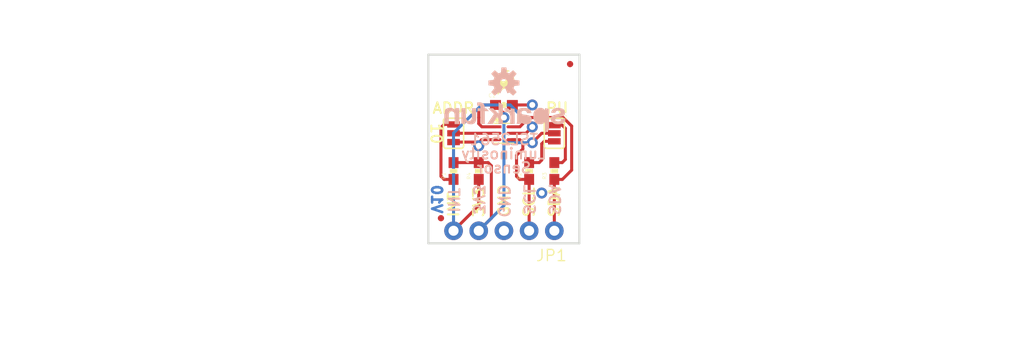
<source format=kicad_pcb>
(kicad_pcb (version 20211014) (generator pcbnew)
  (layers (0 "F.Cu" signal) (31 "B.Cu" signal) (34 "B.Paste" user) (35 "F.Paste" user) (36 "B.SilkS" user "B.Silkscreen") (37 "F.SilkS" user "F.Silkscreen") (38 "B.Mask" user) (39 "F.Mask" user) (44 "Edge.Cuts" user))
  (net 0 "")
  (net 1 "N$2")
  (net 2 "N$3")
  (net 3 "GND")
  (net 4 "N$8")
  (net 5 "N$9")
  (net 6 "SDA")
  (net 7 "SCL")
  (net 8 "3.3V")
  (net 9 "INT")
  (footprint "boardEagle:0603-RES" (layer "F.Cu") (at 153.5811 107.2261 90)
    (fp_text reference "R3" (at -0.889 -0.762 90) (layer "F.SilkS") (effects (font (size 0.373888 0.373888) (thickness 0.032512)) (justify left bottom)))
    (fp_text value "4.7K")
    (fp_poly (pts (xy -0.2286 0.381) (xy 0.2286 0.381) (xy 0.2286 -0.381) (xy -0.2286 -0.381)) (layer "F.SilkS") (width 0) (fill solid))
    (pad "1" smd rect (at -0.85 0 90) (size 1.1 1) (layers "F.Cu" "F.Paste" "F.Mask") (net 6 "SDA"))
    (pad "2" smd rect (at 0.85 0 90) (size 1.1 1) (layers "F.Cu" "F.Paste" "F.Mask") (net 4 "N$8"))
  )
  (footprint "boardEagle:1X05_NO_SILK" (layer "F.Cu") (at 153.5811 113.2586 180)
    (fp_text reference "JP1" (at -1.3462 -1.8288 180) (layer "F.SilkS") (effects (font (size 1.143 1.143) (thickness 0.127)) (justify right top)))
    (fp_text value "")
    (pad "1" thru_hole circle (at 0 0 270) (size 1.8796 1.8796) (drill 1.016) (layers *.Cu *.Mask) (net 6 "SDA"))
    (pad "2" thru_hole circle (at 2.54 0 270) (size 1.8796 1.8796) (drill 1.016) (layers *.Cu *.Mask) (net 7 "SCL"))
    (pad "3" thru_hole circle (at 5.08 0 270) (size 1.8796 1.8796) (drill 1.016) (layers *.Cu *.Mask) (net 3 "GND"))
    (pad "4" thru_hole circle (at 7.62 0 270) (size 1.8796 1.8796) (drill 1.016) (layers *.Cu *.Mask) (net 8 "3.3V"))
    (pad "5" thru_hole circle (at 10.16 0 270) (size 1.8796 1.8796) (drill 1.016) (layers *.Cu *.Mask) (net 9 "INT"))
  )
  (footprint "boardEagle:MICRO-FIDUCIAL" (layer "F.Cu") (at 142.1511 111.9886)
    (fp_text reference "FID1" hide)
    (fp_text value "FIDUCIALUFIDUCIAL" hide)
    (pad "1" smd roundrect (at 0 0) (size 0.635 0.635) (layers "F.Cu" "F.Mask") (roundrect_rratio 0.5))
  )
  (footprint "boardEagle:SFE_LOGO_FLAME_.1" (layer "F.Cu") (at 147.5486 99.9236)
    (fp_text reference "LOGO3" hide)
    (fp_text value "SFE_LOGO_FLAME.1_INCH" hide)
    (fp_poly (pts (xy 1.4 -2.87) (xy 1.54 -2.8) (xy 1.58 -2.77) (xy 1.59 -2.76) (xy 1.58 -2.76) (xy 1.56 -2.77) (xy 1.5 -2.77) (xy 1.46 -2.76) (xy 1.41 -2.75) (xy 1.37 -2.73) (xy 1.33 -2.7) (xy 1.31 -2.67) (xy 1.3 -2.65) (xy 1.29 -2.62) (xy 1.29 -2.56) (xy 1.3 -2.52) (xy 1.34 -2.46) (xy 1.4 -2.4) (xy 1.44 -2.37) (xy 1.47 -2.35) (xy 1.51 -2.33) (xy 1.59 -2.31) (xy 1.62 -2.31) (xy 1.65 -2.32) (xy 1.68 -2.35) (xy 1.69 -2.37) (xy 1.7 -2.4) (xy 1.7 -2.49) (xy 1.78 -2.44) (xy 1.86 -2.35) (xy 1.93 -2.24) (xy 1.98 -2.09) (xy 2.01 -1.93) (xy 2 -1.76) (xy 1.95 -1.57) (xy 1.85 -1.39) (xy 1.78 -1.3) (xy 1.7 -1.22) (xy 1.62 -1.15) (xy 1.52 -1.09) (xy 1.42 -1.05) (xy 1.31 -1.02) (xy 1.19 -1) (xy 1 -1) (xy 0.94 -0.99) (xy 0.84 -0.93) (xy 0.74 -0.83) (xy 0.62 -0.69) (xy 0.5 -0.57) (xy 0.45 -0.51) (xy 0.4 -0.46) (xy 0.37 -0.41) (xy 0.32 -0.36) (xy 0.32 -1.73) (xy 0.33 -1.81) (xy 0.35 -1.88) (xy 0.41 -1.98) (xy 0.46 -2.02) (xy 0.5 -2.05) (xy 0.55 -2.07) (xy 0.6 -2.08) (xy 0.66 -2.09) (xy 0.78 -2.09) (xy 0.82 -2.07) (xy 0.81 -2.06) (xy 0.77 -2.04) (xy 0.74 -2.03) (xy 0.68 -1.97) (xy 0.67 -1.94) (xy 0.67 -1.9) (xy 0.68 -1.87) (xy 0.7 -1.84) (xy 0.76 -1.78) (xy 0.81 -1.76) (xy 0.86 -1.75) (xy 0.94 -1.75) (xy 1.02 -1.77) (xy 1.08 -1.81) (xy 1.12 -1.86) (xy 1.14 -1.92) (xy 1.14 -1.99) (xy 1.11 -2.07) (xy 1.04 -2.14) (xy 0.96 -2.23) (xy 0.89 -2.31) (xy 0.84 -2.4) (xy 0.82 -2.49) (xy 0.82 -2.57) (xy 0.85 -2.66) (xy 0.9 -2.74) (xy 0.99 -2.81) (xy 1.1 -2.87) (xy 1.21 -2.89) (xy 1.31 -2.89)) (layer "F.SilkS") (width 0) (fill solid))
  )
  (footprint "boardEagle:CREATIVE_COMMONS" (layer "F.Cu") (at 118.0211 124.6886)
    (fp_text reference "FRAME1" hide)
    (fp_text value "FRAME-LETTER" hide)
  )
  (footprint "boardEagle:0603-RES" (layer "F.Cu") (at 143.4211 107.2261 90)
    (fp_text reference "R1" (at -0.889 -0.762 90) (layer "F.SilkS") (effects (font (size 0.373888 0.373888) (thickness 0.032512)) (justify left bottom)))
    (fp_text value "10K")
    (fp_poly (pts (xy -0.2286 0.381) (xy 0.2286 0.381) (xy 0.2286 -0.381) (xy -0.2286 -0.381)) (layer "F.SilkS") (width 0) (fill solid))
    (pad "1" smd rect (at -0.85 0 90) (size 1.1 1) (layers "F.Cu" "F.Paste" "F.Mask") (net 1 "N$2"))
    (pad "2" smd rect (at 0.85 0 90) (size 1.1 1) (layers "F.Cu" "F.Paste" "F.Mask") (net 8 "3.3V"))
  )
  (footprint "boardEagle:PAD-JUMPER-3-NC_BY_PASTE_YES_SILK_FULL_BOX" (layer "F.Cu") (at 153.5811 103.4161 -90)
    (fp_text reference "SJ1" (at -1.27 -1.27 -90) (layer "F.SilkS") (effects (font (size 0.373888 0.373888) (thickness 0.032512)) (justify left bottom)))
    (fp_text value "JUMPER-PAD-3-NC_BY_PASTE")
    (fp_line (start 1.524 0.762) (end 1.524 -0.762) (layer "F.SilkS") (width 0.1524))
    (fp_line (start -1.524 0.762) (end -1.524 -0.762) (layer "F.SilkS") (width 0.1524))
    (fp_line (start 1.27 1.016) (end -1.27 1.016) (layer "F.SilkS") (width 0.1524))
    (fp_line (start -1.27 -1.016) (end 1.27 -1.016) (layer "F.SilkS") (width 0.1524))
    (fp_arc (start -1.524 -0.762) (mid -1.449605 -0.941605) (end -1.27 -1.016) (layer "F.SilkS") (width 0.1524))
    (fp_arc (start 1.524 0.762) (mid 1.449605 0.941605) (end 1.27 1.016) (layer "F.SilkS") (width 0.1524))
    (fp_arc (start -1.27 1.016) (mid -1.449605 0.941605) (end -1.524 0.762) (layer "F.SilkS") (width 0.1524))
    (fp_arc (start 1.27 -1.016) (mid 1.449605 -0.941605) (end 1.524 -0.762) (layer "F.SilkS") (width 0.1524))
    (pad "1" smd rect (at -0.8128 0 270) (size 0.635 1.27) (layers "F.Cu" "F.Mask") (net 4 "N$8"))
    (pad "2" smd rect (at 0 0 270) (size 0.635 1.27) (layers "F.Cu" "F.Mask") (net 8 "3.3V"))
    (pad "3" smd rect (at 0.8128 0 270) (size 0.635 1.27) (layers "F.Cu" "F.Mask") (net 5 "N$9"))
  )
  (footprint "boardEagle:MICRO-FIDUCIAL" (layer "F.Cu") (at 155.1686 96.4311)
    (fp_text reference "FID2" hide)
    (fp_text value "FIDUCIALUFIDUCIAL" hide)
    (pad "1" smd roundrect (at 0 0) (size 0.635 0.635) (layers "F.Cu" "F.Mask") (roundrect_rratio 0.5))
  )
  (footprint "boardEagle:FN-6" (layer "F.Cu") (at 148.5011 103.4161)
    (fp_text reference "U1" (at -1.27 -1.25) (layer "F.SilkS") (effects (font (size 0.376489 0.376489) (thickness 0.029911)) (justify left)))
    (fp_text value "TSL2561FN")
    (fp_line (start -1 1) (end 1 1) (layer "F.SilkS") (width 0.127))
    (fp_line (start -1 -1) (end 1 -1) (layer "F.SilkS") (width 0.127))
    (fp_circle (center -0.65 -1.55) (end -0.55 -1.55) (layer "F.SilkS") (width 0.3048) (fill none))
    (fp_circle (center -0.65 -1.55) (end -0.45 -1.55) (layer "F.SilkS") (width 0.3048) (fill none))
    (pad "1" smd rect (at -0.775 -0.65 180) (size 1.05 0.3) (layers "F.Cu" "F.Paste" "F.Mask") (net 8 "3.3V"))
    (pad "2" smd roundrect (at -0.775 0) (size 1.05 0.3) (layers "F.Cu" "F.Paste" "F.Mask") (roundrect_rratio 0.5) (net 2 "N$3"))
    (pad "3" smd roundrect (at -0.775 0.65) (size 1.05 0.3) (layers "F.Cu" "F.Paste" "F.Mask") (roundrect_rratio 0.5) (net 3 "GND"))
    (pad "4" smd roundrect (at 0.775 0.65) (size 1.05 0.3) (layers "F.Cu" "F.Paste" "F.Mask") (roundrect_rratio 0.5) (net 7 "SCL"))
    (pad "5" smd roundrect (at 0.775 0) (size 1.05 0.3) (layers "F.Cu" "F.Paste" "F.Mask") (roundrect_rratio 0.5) (net 9 "INT"))
    (pad "6" smd roundrect (at 0.775 -0.65) (size 1.05 0.3) (layers "F.Cu" "F.Paste" "F.Mask") (roundrect_rratio 0.5) (net 6 "SDA"))
  )
  (footprint "boardEagle:STAND-OFF" (layer "F.Cu") (at 153.5811 98.0186)
    (fp_text reference "STANDOFF2" hide)
    (fp_text value "STAND-OFF" hide)
    (pad "" np_thru_hole circle (at 0 0) (size 3.302 3.302) (drill 3.302) (layers *.Cu *.Mask))
  )
  (footprint "boardEagle:0603-CAP" (layer "F.Cu") (at 148.5011 100.5586)
    (fp_text reference "C1" (at -1.5875 -0.9525) (layer "F.SilkS") (effects (font (size 0.376489 0.376489) (thickness 0.029911)) (justify left)))
    (fp_text value "0.1uF")
    (fp_line (start 0 -0.0305) (end 0 0.0305) (layer "F.SilkS") (width 0.5588))
    (pad "1" smd rect (at -0.85 0) (size 1.1 1) (layers "F.Cu" "F.Paste" "F.Mask") (net 8 "3.3V"))
    (pad "2" smd rect (at 0.85 0) (size 1.1 1) (layers "F.Cu" "F.Paste" "F.Mask") (net 3 "GND"))
  )
  (footprint "boardEagle:STAND-OFF" (layer "F.Cu") (at 143.4211 98.0186)
    (fp_text reference "STANDOFF1" hide)
    (fp_text value "STAND-OFF" hide)
    (pad "" np_thru_hole circle (at 0 0) (size 3.302 3.302) (drill 3.302) (layers *.Cu *.Mask))
  )
  (footprint "boardEagle:SJ_3" (layer "F.Cu") (at 143.4211 103.4161 -90)
    (fp_text reference "SJ2" (at -1.27 -1.27 -90) (layer "F.SilkS") (effects (font (size 0.373888 0.373888) (thickness 0.032512)) (justify left bottom)))
    (fp_text value "")
    (fp_line (start 1.524 0.762) (end 1.524 -0.762) (layer "F.SilkS") (width 0.1524))
    (fp_line (start -1.27 -1.016) (end 1.27 -1.016) (layer "F.SilkS") (width 0.1524))
    (fp_line (start 1.27 1.016) (end -1.27 1.016) (layer "F.SilkS") (width 0.1524))
    (fp_line (start -1.524 0.762) (end -1.524 -0.762) (layer "F.SilkS") (width 0.1524))
    (fp_arc (start -1.524 -0.762) (mid -1.449605 -0.941605) (end -1.27 -1.016) (layer "F.SilkS") (width 0.1524))
    (fp_arc (start -1.27 1.016) (mid -1.449605 0.941605) (end -1.524 0.762) (layer "F.SilkS") (width 0.1524))
    (fp_arc (start 1.27 -1.016) (mid 1.449605 -0.941605) (end 1.524 -0.762) (layer "F.SilkS") (width 0.1524))
    (fp_arc (start 1.524 0.762) (mid 1.449605 0.941605) (end 1.27 1.016) (layer "F.SilkS") (width 0.1524))
    (pad "1" smd rect (at -0.889 0 270) (size 0.635 1.27) (layers "F.Cu" "F.Mask") (net 1 "N$2"))
    (pad "2" smd rect (at 0 0 270) (size 0.635 1.27) (layers "F.Cu" "F.Mask") (net 2 "N$3"))
    (pad "3" smd rect (at 0.889 0 270) (size 0.635 1.27) (layers "F.Cu" "F.Mask") (net 3 "GND"))
  )
  (footprint "boardEagle:0603-RES" (layer "F.Cu") (at 145.9611 107.2261 90)
    (fp_text reference "R4" (at -0.889 -0.762 90) (layer "F.SilkS") (effects (font (size 0.373888 0.373888) (thickness 0.032512)) (justify left bottom)))
    (fp_text value "10K")
    (fp_poly (pts (xy -0.2286 0.381) (xy 0.2286 0.381) (xy 0.2286 -0.381) (xy -0.2286 -0.381)) (layer "F.SilkS") (width 0) (fill solid))
    (pad "1" smd rect (at -0.85 0 90) (size 1.1 1) (layers "F.Cu" "F.Paste" "F.Mask") (net 9 "INT"))
    (pad "2" smd rect (at 0.85 0 90) (size 1.1 1) (layers "F.Cu" "F.Paste" "F.Mask") (net 8 "3.3V"))
  )
  (footprint "boardEagle:0603-RES" (layer "F.Cu") (at 151.0411 107.2261 90)
    (fp_text reference "R2" (at -0.889 -0.762 90) (layer "F.SilkS") (effects (font (size 0.373888 0.373888) (thickness 0.032512)) (justify left bottom)))
    (fp_text value "4.7K")
    (fp_poly (pts (xy -0.2286 0.381) (xy 0.2286 0.381) (xy 0.2286 -0.381) (xy -0.2286 -0.381)) (layer "F.SilkS") (width 0) (fill solid))
    (pad "1" smd rect (at -0.85 0 90) (size 1.1 1) (layers "F.Cu" "F.Paste" "F.Mask") (net 7 "SCL"))
    (pad "2" smd rect (at 0.85 0 90) (size 1.1 1) (layers "F.Cu" "F.Paste" "F.Mask") (net 5 "N$9"))
  )
  (footprint "boardEagle:OSHW-LOGO-S" (layer "B.Cu") (at 148.5011 98.3361 180)
    (fp_text reference "LOGO1" hide)
    (fp_text value "OSHW-LOGOS" hide)
    (fp_poly (pts (xy 0.301647 1.061351) (xy 0.42347 1.022344) (xy 0.537177 0.963769) (xy 0.92862 1.282946) (xy 1.282946 0.92862) (xy 0.961035 0.533823) (xy 1.057046 0.302084) (xy 1.5638 0.250561) (xy 1.5638 -0.250561) (xy 1.057046 -0.302084) (xy 0.961035 -0.533823) (xy 1.282946 -0.92862) (xy 0.92862 -1.282946) (xy 0.537177 -0.96377) (xy 0.356601 -1.056794) (xy 0.088679 -0.410073) (xy 0.326262 -0.2176) (xy 0.373649 -0.121468) (xy 0.392729 -0.010339) (xy 0.379464 0.101634) (xy 0.334947 0.205229) (xy 0.262842 0.291918) (xy 0.169087 0.354561) (xy 0.061406 0.387999) (xy -0.051342 0.38948) (xy -0.159868 0.358881) (xy -0.255234 0.298724) (xy -0.329589 0.213962) (xy -0.376813 0.111569) (xy -0.392176 0.005767) (xy -0.322923 -0.222565) (xy -0.249312 -0.303773) (xy 0.091677 -0.5081) (xy -0.12929 -0.5081) (xy -0.355332 -1.053732) (xy -0.506597 -0.983577) (xy -0.538922 -0.965192) (xy -0.92862 -1.282946) (xy -1.282946 -0.92862) (xy -0.961035 -0.533823) (xy -1.057046 -0.302084) (xy -1.5638 -0.250561) (xy -1.5638 0.250561) (xy -1.057046 0.302084) (xy -0.961035 0.533823) (xy -1.282946 0.92862) (xy -0.92862 1.282946) (xy -0.533823 0.961035) (xy -0.302084 1.057046) (xy -0.250561 1.5638) (xy 0.250561 1.5638)) (layer "B.SilkS") (width 0) (fill solid))
  )
  (footprint "boardEagle:SFE-NEW-WEB" (layer "B.Cu") (at 154.69235 103.4161 180)
    (fp_text reference "LOGO2" hide)
    (fp_text value "LOGO-SFENW2" hide)
    (fp_line (start 11.1201 2.5171) (end 11.1201 2.2962) (layer "B.SilkS") (width 0.0254))
    (fp_line (start 11.1201 2.2962) (end 11.1277 2.2962) (layer "B.SilkS") (width 0.0254))
    (fp_line (start 11.1379 1.8136) (end 11.1379 0.9449) (layer "B.SilkS") (width 0.0254))
    (fp_line (start 10.7163 0.9449) (end 10.7163 2.5171) (layer "B.SilkS") (width 0.0254))
    (fp_line (start 10.7163 2.5171) (end 11.1201 2.5171) (layer "B.SilkS") (width 0.0254))
    (fp_line (start 11.7729 0.955) (end 11.7729 1.9202) (layer "B.SilkS") (width 0.0254))
    (fp_line (start 12.1818 2.0091) (end 12.1818 0.955) (layer "B.SilkS") (width 0.0254))
    (fp_line (start 11.1379 0.9449) (end 10.7163 0.9449) (layer "B.SilkS") (width 0.0254))
    (fp_line (start 12.1818 0.955) (end 11.7729 0.955) (layer "B.SilkS") (width 0.0254))
    (fp_arc (start 11.7678 2.5502) (mid 11.667584 2.556058) (end 11.5672 2.5552) (layer "B.SilkS") (width 0.0254))
    (fp_arc (start 11.2598 2.1692) (mid 11.206137 2.110016) (end 11.1684 2.0396) (layer "B.SilkS") (width 0.0254))
    (fp_arc (start 11.4198 2.2327) (mid 11.334441 2.214452) (end 11.259799 2.1692) (layer "B.SilkS") (width 0.0254))
    (fp_arc (start 11.1455 2.3038) (mid 11.152103 2.311188) (end 11.1582 2.319) (layer "B.SilkS") (width 0.0254))
    (fp_arc (start 12.1488 2.232699) (mid 12.104013 2.336521) (end 12.0345 2.4257) (layer "B.SilkS") (width 0.0254))
    (fp_arc (start 11.4198 2.2327) (mid 11.475702 2.235165) (end 11.5316 2.2377) (layer "B.SilkS") (width 0.0254))
    (fp_arc (start 11.1684 2.0396) (mid 11.146105 1.962214) (end 11.1379 1.8821) (layer "B.SilkS") (width 0.0254))
    (fp_arc (start 11.5672 2.5552) (mid 11.411238 2.523841) (end 11.2725 2.446) (layer "B.SilkS") (width 0.0254))
    (fp_arc (start 11.1862 2.3571) (mid 11.172158 2.338081) (end 11.1582 2.319) (layer "B.SilkS") (width 0.0254))
    (fp_arc (start 12.1818 2.0091) (mid 12.172765 2.122002) (end 12.1488 2.2327) (layer "B.SilkS") (width 0.0254))
    (fp_arc (start 11.2725 2.446) (mid 11.226399 2.404414) (end 11.1862 2.3571) (layer "B.SilkS") (width 0.0254))
    (fp_arc (start 11.5976 2.2276) (mid 11.565101 2.235925) (end 11.5316 2.2377) (layer "B.SilkS") (width 0.0254))
    (fp_arc (start 11.1379 1.8821) (mid 11.137681 1.84785) (end 11.1379 1.8136) (layer "B.SilkS") (width 0.0254))
    (fp_arc (start 11.1277 2.2962) (mid 11.137379 2.298176) (end 11.1455 2.3038) (layer "B.SilkS") (width 0.0254))
    (fp_arc (start 11.7145 2.1311) (mid 11.664346 2.1894) (end 11.5976 2.2276) (layer "B.SilkS") (width 0.0254))
    (fp_arc (start 11.7729 1.9202) (mid 11.758038 2.02962) (end 11.7145 2.1311) (layer "B.SilkS") (width 0.0254))
    (fp_arc (start 12.0345 2.425699) (mid 11.911985 2.51116) (end 11.7678 2.5502) (layer "B.SilkS") (width 0.0254))
    (fp_poly (pts (xy 11.770768 2.56283) (xy 12.043428 2.435548) (xy 12.160999 2.237024) (xy 12.1945 2.010032) (xy 12.1945 0.9423) (xy 11.7602 0.9423) (xy 11.7602 1.918474) (xy 11.70302 2.124971) (xy 11.656141 2.179464) (xy 11.593345 2.215403) (xy 11.53092 2.224956) (xy 11.476269 2.222478) (xy 11.422495 2.220106) (xy 11.268 2.158791) (xy 11.18035 2.034508) (xy 11.1506 1.880883) (xy 11.1506 0.9322) (xy 10.7036 0.9322) (xy 10.7036 2.5298) (xy 11.1328 2.5298) (xy 11.1328 2.310454) (xy 11.136857 2.313263) (xy 11.148195 2.326834) (xy 11.161924 2.345602) (xy 11.176241 2.364992) (xy 11.217267 2.413279) (xy 11.265048 2.456381) (xy 11.406772 2.535896) (xy 11.566093 2.567932)) (layer "B.SilkS") (width 0) (fill solid))
    (fp_poly (pts (xy 6.1316 2.557116) (xy 6.1316 2.1463) (xy 6.115783 2.1463) (xy 6.10653 2.147054) (xy 6.097893 2.149211) (xy 6.068387 2.157247) (xy 6.038922 2.161538) (xy 5.96265 2.16474) (xy 5.887609 2.16159) (xy 5.731931 2.107297) (xy 5.637642 2.018651) (xy 5.577302 1.903423) (xy 5.5499 1.736362) (xy 5.5499 0.9423) (xy 5.107878 0.9423) (xy 5.110519 2.454146) (xy 5.522 2.527255) (xy 5.522 2.234211) (xy 5.526569 2.235704) (xy 5.544428 2.262537) (xy 5.578841 2.314524) (xy 5.613758 2.367854) (xy 5.686736 2.438162) (xy 5.778008 2.498223) (xy 5.979984 2.565515)) (layer "B.SilkS") (width 0) (fill solid))
    (fp_poly (pts (xy 4.444983 2.544915) (xy 4.588724 2.501712) (xy 4.72259 2.430523) (xy 4.844814 2.271666) (xy 4.859671 2.1819) (xy 4.8616 2.1819) (xy 4.8616 1.6891) (xy 4.864173 1.6891) (xy 4.861603 1.242544) (xy 4.871819 1.108765) (xy 4.906709 0.979276) (xy 4.920484 0.9423) (xy 4.495275 0.9423) (xy 4.477494 0.951279) (xy 4.472002 0.970735) (xy 4.468249 0.985133) (xy 4.446292 1.084946) (xy 4.440321 1.089528) (xy 4.438946 1.088886) (xy 4.309064 0.98859) (xy 4.153188 0.927249) (xy 3.824183 0.906712) (xy 3.683825 0.938256) (xy 3.554173 1.000134) (xy 3.486826 1.05665) (xy 3.437273 1.130532) (xy 3.3807 1.444163) (xy 3.3807 1.446675) (xy 3.401941 1.543624) (xy 3.446308 1.632822) (xy 3.527788 1.722902) (xy 3.632416 1.784766) (xy 3.937258 1.861632) (xy 4.048648 1.873601) (xy 4.159032 1.884616) (xy 4.224808 1.893434) (xy 4.289167 1.907055) (xy 4.336271 1.923637) (xy 4.379043 1.948303) (xy 4.407461 1.974391) (xy 4.413402 1.982997) (xy 4.4171 1.991455) (xy 4.4171 2.14983) (xy 4.358226 2.232254) (xy 4.254396 2.270917) (xy 4.188033 2.274326) (xy 4.120968 2.275774) (xy 4.006679 2.25395) (xy 3.883049 2.131716) (xy 3.8659 2.045941) (xy 3.8659 2.0295) (xy 3.429 2.0295) (xy 3.429 2.040006) (xy 3.418965 2.041638) (xy 3.439259 2.166448) (xy 3.491292 2.283494) (xy 3.571378 2.383462) (xy 3.674008 2.459597) (xy 3.791998 2.513469) (xy 3.916944 2.547448) (xy 4.18103 2.571338)) (layer "B.SilkS") (width 0) (fill solid))
    (fp_poly (pts (xy 1.201557 2.290098) (xy 1.414074 2.156268) (xy 1.42383 2.065) (xy 1.01008 2.065) (xy 1.00135 2.126336) (xy 0.936084 2.220524) (xy 0.871818 2.257603) (xy 0.798545 2.2758) (xy 0.628591 2.2758) (xy 0.583991 2.267366) (xy 0.541641 2.251683) (xy 0.51157 2.232098) (xy 0.488615 2.205726) (xy 0.469153 2.152745) (xy 0.474605 2.097619) (xy 0.521549 2.031824) (xy 0.664468 1.962838) (xy 0.866638 1.922444) (xy 1.206678 1.822687) (xy 1.354318 1.729494) (xy 1.389578 1.692366) (xy 1.416579 1.648151) (xy 1.460229 1.440208) (xy 1.447804 1.4376) (xy 1.460484 1.436955) (xy 1.457817 1.384541) (xy 1.452657 1.33034) (xy 1.371775 1.140043) (xy 1.14885 0.969822) (xy 1.013381 0.927267) (xy 0.74708 0.904177) (xy 0.617383 0.909691) (xy 0.487493 0.922202) (xy 0.306845 0.984179) (xy 0.185213 1.061804) (xy 0.109225 1.132023) (xy 0.056988 1.2215) (xy 0.013059 1.350644) (xy 0.002577 1.410659) (xy -0.00152 1.469003) (xy 0.738195 1.10308) (xy 1.120535 1.189415) (xy 1.224069 1.497645) (xy 0.809011 1.723764) (xy 0.364394 1.98847) (xy 0.308075 2.310537) (xy 0.741882 2.423672)) (layer "B.SilkS") (width 0) (fill solid))
    (fp_poly (pts (xy 2.834651 2.506079) (xy 2.92707 2.450683) (xy 3.011605 2.383731) (xy 3.1267 2.221709) (xy 3.1267 2.263503) (xy 3.219434 1.972794) (xy 3.236098 1.526727) (xy 3.068933 1.135798) (xy 2.975978 1.041462) (xy 2.864973 0.970996) (xy 2.740356 0.92713) (xy 2.372489 0.922) (xy 2.370226 0.922) (xy 2.254471 0.962806) (xy 2.0828 1.127587) (xy 2.0828 -0.010757) (xy 1.6434 0.385552) (xy 1.6434 2.45912) (xy 2.057593 2.537568) (xy 2.055012 2.330538) (xy 2.068304 2.345345) (xy 2.15812 2.442839) (xy 2.234107 2.497896) (xy 2.368681 2.552194) (xy 2.419192 2.562883) (xy 2.620347 2.565422)) (layer "B.SilkS") (width 0) (fill solid))
    (fp_poly (pts (xy 0.803285 2.567895) (xy 0.944243 2.553799) (xy 1.081508 2.516334) (xy 1.193542 2.461399) (xy 1.291841 2.383865) (xy 1.357039 2.297824) (xy 1.377068 2.257603) (xy 1.393653 2.216867) (xy 1.417283 2.151914) (xy 1.353784 2.105111) (xy 1.152335 2.254241) (xy 0.736496 2.387002) (xy 0.372563 2.277101) (xy 0.417885 2.019712) (xy 1.241556 1.540676) (xy 1.263422 1.497067) (xy 1.147655 1.152457) (xy 0.724605 1.058492) (xy -0.038666 1.4605) (xy 0.4115 1.4605) (xy 0.4115 1.443466) (xy 0.420402 1.369907) (xy 0.454647 1.305856) (xy 0.524204 1.243359) (xy 0.610838 1.206018) (xy 0.637726 1.200933) (xy 0.665996 1.198897) (xy 0.7328 1.198389) (xy 0.79791 1.198884) (xy 0.968129 1.258019) (xy 1.007666 1.302193) (xy 1.028603 1.358428) (xy 1.025789 1.425439) (xy 0.995864 1.485288) (xy 0.943734 1.527918) (xy 0.715431 1.605731) (xy 0.533161 1.644154) (xy 0.351479 1.692254) (xy 0.230117 1.743632) (xy 0.122357 1.822697) (xy 0.0457 1.960096) (xy 0.0457 1.963141) (xy 0.038572 2.135467) (xy 0.0838 2.300409) (xy 0.0838 2.303445) (xy 0.206233 2.444416) (xy 0.620397 2.567885) (xy 0.71245 2.568634)) (layer "B.SilkS") (width 0) (fill solid))
    (fp_poly (pts (xy 9.4234 1.520809) (xy 9.472888 1.359974) (xy 9.516069 1.308185) (xy 9.573108 1.271734) (xy 9.714103 1.241374) (xy 9.853529 1.268908) (xy 10.003067 1.442966) (xy 10.033 1.684784) (xy 10.033 2.5273) (xy 10.48 2.5273) (xy 10.48 0.9398) (xy 10.0533 0.9398) (xy 10.0533 1.159713) (xy 9.961626 1.051965) (xy 9.823848 0.946774) (xy 9.797269 0.933513) (xy 9.76873 0.924761) (xy 9.46843 0.899096) (xy 9.311419 0.929258) (xy 9.173895 1.0008) (xy 9.172522 1.0008) (xy 9.155194 1.014756) (xy 9.141833 1.028106) (xy 9.055991 1.150842) (xy 9.0022 1.291099) (xy 8.984 1.439423) (xy 8.984 2.5324) (xy 9.4234 2.5324)) (layer "B.SilkS") (width 0) (fill solid))
    (fp_poly (pts (xy 6.7335 1.97376) (xy 7.284539 2.5248) (xy 7.78835 2.5248) (xy 7.197009 1.946483) (xy 7.869909 0.937183) (xy 7.330929 0.939835) (xy 6.903958 1.643716) (xy 6.7386 1.483032) (xy 6.7386 0.9296) (xy 6.306639 0.9296) (xy 6.2941 0.942139) (xy 6.2941 2.887776) (xy 6.7335 3.138467)) (layer "B.SilkS") (width 0) (fill solid))
    (fp_poly (pts (xy 8.809435 3.119895) (xy 8.875117 3.1166) (xy 8.89 3.1166) (xy 8.89 2.7889) (xy 8.869112 2.7889) (xy 8.841108 2.7915) (xy 8.660351 2.7915) (xy 8.587936 2.740064) (xy 8.571192 2.699602) (xy 8.5649 2.653436) (xy 8.5649 2.5273) (xy 8.8621 2.5273) (xy 8.8621 2.2352) (xy 8.5623 2.2352) (xy 8.5623 0.9322) (xy 8.1204 0.9322) (xy 8.1204 2.232779) (xy 7.70383 2.235391) (xy 7.995739 2.5273) (xy 8.1255 2.5273) (xy 8.1255 2.560826) (xy 8.143432 2.77702) (xy 8.219199 2.938937) (xy 8.324367 3.032939) (xy 8.449534 3.095959) (xy 8.586403 3.1242) (xy 8.743112 3.1242)) (layer "B.SilkS") (width 0) (fill solid))
  )
  (gr_line (start 140.8811 114.5286) (end 156.1011 114.5286) (layer "Edge.Cuts") (width 0.2032))
  (gr_line (start 156.1011 114.5286) (end 156.1211 95.4786) (layer "Edge.Cuts") (width 0.2032))
  (gr_line (start 140.8811 95.4786) (end 140.8811 114.5286) (layer "Edge.Cuts") (width 0.2032))
  (gr_line (start 156.1211 95.4786) (end 140.8811 95.4786) (layer "Edge.Cuts") (width 0.2032))
  (gr_text "V10" (at 142.30985 108.4961 -90) (layer "B.Cu") (effects (font (size 1.016 1.016) (thickness 0.254)) (justify right top mirror)))
  (gr_text "Luminosity" (at 148.5011 105.47985) (layer "B.SilkS") (effects (font (size 1.0795 1.0795) (thickness 0.1905)) (justify mirror)))
  (gr_text "INT" (at 144.0561 108.8136 -90) (layer "B.SilkS") (effects (font (size 1.0795 1.0795) (thickness 0.1905)) (justify right top mirror)))
  (gr_text "SCL" (at 151.6761 108.4961 -90) (layer "B.SilkS") (effects (font (size 1.0795 1.0795) (thickness 0.1905)) (justify right top mirror)))
  (gr_text "SDA" (at 154.2161 108.4961 -90) (layer "B.SilkS") (effects (font (size 1.0795 1.0795) (thickness 0.1905)) (justify right top mirror)))
  (gr_text "3V3" (at 146.5961 108.4961 -90) (layer "B.SilkS") (effects (font (size 1.0795 1.0795) (thickness 0.1905)) (justify right top mirror)))
  (gr_text "GND" (at 149.1361 108.4961 -90) (layer "B.SilkS") (effects (font (size 1.0795 1.0795) (thickness 0.1905)) (justify right top mirror)))
  (gr_text "Sensor" (at 148.5011 106.9086) (layer "B.SilkS") (effects (font (size 1.0795 1.0795) (thickness 0.1905)) (justify mirror)))
  (gr_text "TSL2561" (at 148.5011 104.0511) (layer "B.SilkS") (effects (font (size 1.0795 1.0795) (thickness 0.1905)) (justify mirror)))
  (gr_text "3V3" (at 146.5961 111.9886 90) (layer "F.SilkS") (effects (font (size 1.0795 1.0795) (thickness 0.1905)) (justify left bottom)))
  (gr_text "GND" (at 149.1361 111.9886 90) (layer "F.SilkS") (effects (font (size 1.0795 1.0795) (thickness 0.1905)) (justify left bottom)))
  (gr_text "SCL" (at 151.6761 111.9886 90) (layer "F.SilkS") (effects (font (size 1.0795 1.0795) (thickness 0.1905)) (justify left bottom)))
  (gr_text "10" (at 141.03985 102.30485 270) (layer "F.SilkS") (effects (font (size 1.0795 1.0795) (thickness 0.1905)) (justify left bottom)))
  (gr_text "ADDR" (at 141.1986 101.5111) (layer "F.SilkS") (effects (font (size 1.0795 1.0795) (thickness 0.1905)) (justify left bottom)))
  (gr_text "PU" (at 152.6286 101.5111) (layer "F.SilkS") (effects (font (size 1.0795 1.0795) (thickness 0.1905)) (justify left bottom)))
  (gr_text "INT" (at 144.0561 111.9886 90) (layer "F.SilkS") (effects (font (size 1.0795 1.0795) (thickness 0.1905)) (justify left bottom)))
  (gr_text "SDA" (at 154.2161 111.9886 90) (layer "F.SilkS") (effects (font (size 1.0795 1.0795) (thickness 0.1905)) (justify left bottom)))
  (segment (start 143.4211 108.0761) (end 142.4686 108.0761) (width 0.3048) (layer "F.Cu") (net 1))
  (segment (start 142.1511 102.8446) (end 142.4686 102.5271) (width 0.3048) (layer "F.Cu") (net 1))
  (segment (start 142.4686 102.5271) (end 143.4211 102.5271) (width 0.3048) (layer "F.Cu") (net 1))
  (segment (start 142.1511 106.0586) (end 142.1511 102.8446) (width 0.3048) (layer "F.Cu") (net 1))
  (segment (start 142.1511 107.7586) (end 142.1511 106.0586) (width 0.3048) (layer "F.Cu") (net 1))
  (segment (start 142.4686 108.0761) (end 142.1511 107.7586) (width 0.3048) (layer "F.Cu") (net 1))
  (segment (start 147.7261 103.4161) (end 143.4211 103.4161) (width 0.3048) (layer "F.Cu") (net 2))
  (segment (start 146.0246 104.3051) (end 143.4211 104.3051) (width 0.3048) (layer "F.Cu") (net 3))
  (segment (start 146.2636 104.0661) (end 146.0246 104.3051) (width 0.3048) (layer "F.Cu") (net 3))
  (segment (start 149.3511 100.5586) (end 151.3586 100.5586) (width 0.3048) (layer "F.Cu") (net 3))
  (segment (start 147.7261 104.0661) (end 146.2636 104.0661) (width 0.3048) (layer "F.Cu") (net 3))
  (segment (start 143.4211 104.3661) (end 143.4211 104.3051) (width 0.3048) (layer "F.Cu") (net 3))
  (via (at 152.3111 109.4486) (size 1.108) (drill 0.6) (layers "F.Cu" "B.Cu") (net 3))
  (via (at 151.3586 100.5586) (size 1.108) (drill 0.6) (layers "F.Cu" "B.Cu") (net 3))
  (via (at 145.9611 104.6861) (size 1.108) (drill 0.6) (layers "F.Cu" "B.Cu") (net 3))
  (segment (start 154.69235 102.9208) (end 154.37485 102.6033) (width 0.3048) (layer "F.Cu") (net 4))
  (segment (start 154.37485 102.6033) (end 153.5811 102.6033) (width 0.3048) (layer "F.Cu") (net 4))
  (segment (start 154.37485 106.3761) (end 154.69235 106.0586) (width 0.3048) (layer "F.Cu") (net 4))
  (segment (start 154.69235 106.0586) (end 154.69235 102.9208) (width 0.3048) (layer "F.Cu") (net 4))
  (segment (start 153.5811 106.3761) (end 154.37485 106.3761) (width 0.3048) (layer "F.Cu") (net 4))
  (segment (start 152.3111 104.4829) (end 152.3111 106.1221) (width 0.3048) (layer "F.Cu") (net 5))
  (segment (start 153.5811 104.2289) (end 152.5651 104.2289) (width 0.3048) (layer "F.Cu") (net 5))
  (segment (start 152.0571 106.3761) (end 152.3111 106.1221) (width 0.3048) (layer "F.Cu") (net 5))
  (segment (start 151.0411 106.3761) (end 152.0571 106.3761) (width 0.3048) (layer "F.Cu") (net 5))
  (segment (start 152.5651 104.2289) (end 152.3111 104.4829) (width 0.3048) (layer "F.Cu") (net 5))
  (segment (start 155.32735 107.13746) (end 155.32735 102.686344) (width 0.3048) (layer "F.Cu") (net 6))
  (segment (start 149.2761 102.7661) (end 150.1036 102.7661) (width 0.3048) (layer "F.Cu") (net 6))
  (segment (start 153.5811 108.0761) (end 153.5811 113.2586) (width 0.3048) (layer "F.Cu") (net 6))
  (segment (start 150.1036 102.7661) (end 151.0411 101.8286) (width 0.3048) (layer "F.Cu") (net 6))
  (segment (start 153.5811 108.0761) (end 154.388709 108.0761) (width 0.3048) (layer "F.Cu") (net 6))
  (segment (start 154.388709 108.0761) (end 155.32735 107.13746) (width 0.3048) (layer "F.Cu") (net 6))
  (segment (start 154.469606 101.8286) (end 155.32735 102.686344) (width 0.3048) (layer "F.Cu") (net 6))
  (segment (start 151.0411 101.8286) (end 154.469606 101.8286) (width 0.3048) (layer "F.Cu") (net 6))
  (segment (start 150.4061 104.3686) (end 150.4061 105.0036) (width 0.3048) (layer "F.Cu") (net 7))
  (segment (start 149.7711 107.7586) (end 150.0886 108.0761) (width 0.3048) (layer "F.Cu") (net 7))
  (segment (start 149.7711 105.6386) (end 149.7711 107.7586) (width 0.3048) (layer "F.Cu") (net 7))
  (segment (start 149.2761 104.0661) (end 150.1036 104.0661) (width 0.3048) (layer "F.Cu") (net 7))
  (segment (start 150.0886 105.3211) (end 149.7711 105.6386) (width 0.3048) (layer "F.Cu") (net 7))
  (segment (start 150.1036 104.0661) (end 150.4061 104.3686) (width 0.3048) (layer "F.Cu") (net 7))
  (segment (start 150.0886 108.0761) (end 151.0411 108.0761) (width 0.3048) (layer "F.Cu") (net 7))
  (segment (start 151.0411 108.0761) (end 151.0411 113.2586) (width 0.3048) (layer "F.Cu") (net 7))
  (segment (start 150.4061 105.0036) (end 150.0886 105.3211) (width 0.3048) (layer "F.Cu") (net 7))
  (segment (start 145.9611 106.3761) (end 146.9136 106.3761) (width 0.3048) (layer "F.Cu") (net 8))
  (segment (start 145.9611 113.2586) (end 147.2311 111.9886) (width 0.3048) (layer "F.Cu") (net 8))
  (segment (start 147.6511 100.5586) (end 146.2786 100.5586) (width 0.3048) (layer "F.Cu") (net 8))
  (segment (start 152.3111 103.4161) (end 151.3586 104.3686) (width 0.3048) (layer "F.Cu") (net 8))
  (segment (start 146.9136 106.3761) (end 147.2311 106.6936) (width 0.3048) (layer "F.Cu") (net 8))
  (segment (start 147.6511 100.5586) (end 148.5011 101.4086) (width 0.3048) (layer "F.Cu") (net 8))
  (segment (start 146.2786 102.7661) (end 145.9611 102.4486) (width 0.3048) (layer "F.Cu") (net 8))
  (segment (start 146.2786 100.5586) (end 145.9611 100.8761) (width 0.3048) (layer "F.Cu") (net 8))
  (segment (start 143.4211 106.3761) (end 145.9611 106.3761) (width 0.3048) (layer "F.Cu") (net 8))
  (segment (start 147.2311 106.6936) (end 147.2311 106.9086) (width 0.3048) (layer "F.Cu") (net 8))
  (segment (start 153.5811 103.4161) (end 152.3111 103.4161) (width 0.3048) (layer "F.Cu") (net 8))
  (segment (start 145.9611 102.4486) (end 145.9611 101.8286) (width 0.3048) (layer "F.Cu") (net 8))
  (segment (start 147.2311 111.9886) (end 147.2311 106.9086) (width 0.3048) (layer "F.Cu") (net 8))
  (segment (start 145.9611 100.8761) (end 145.9611 101.8286) (width 0.3048) (layer "F.Cu") (net 8))
  (segment (start 148.5011 101.4086) (end 148.5011 101.8286) (width 0.3048) (layer "F.Cu") (net 8))
  (segment (start 147.7261 102.7661) (end 146.2786 102.7661) (width 0.3048) (layer "F.Cu") (net 8))
  (via (at 151.3586 104.3686) (size 1.108) (drill 0.6) (layers "F.Cu" "B.Cu") (net 8))
  (via (at 148.5011 101.8286) (size 1.108) (drill 0.6) (layers "F.Cu" "B.Cu") (net 8))
  (segment (start 151.3586 104.3686) (end 148.5011 104.3686) (width 0.3048) (layer "B.Cu") (net 8))
  (segment (start 148.5011 103.0986) (end 148.5011 101.8286) (width 0.3048) (layer "B.Cu") (net 8))
  (segment (start 145.9611 113.2586) (end 148.5011 110.7186) (width 0.3048) (layer "B.Cu") (net 8))
  (segment (start 148.5011 110.7186) (end 148.5011 104.3686) (width 0.3048) (layer "B.Cu") (net 8))
  (segment (start 148.5011 104.3686) (end 148.5011 103.0986) (width 0.3048) (layer "B.Cu") (net 8))
  (segment (start 143.4211 113.2586) (end 145.9611 110.7186) (width 0.3048) (layer "F.Cu") (net 9))
  (segment (start 150.7236 103.4161) (end 151.3586 102.7811) (width 0.3048) (layer "F.Cu") (net 9))
  (segment (start 149.2761 103.4161) (end 150.7236 103.4161) (width 0.3048) (layer "F.Cu") (net 9))
  (segment (start 145.9611 110.7186) (end 145.9611 108.0761) (width 0.3048) (layer "F.Cu") (net 9))
  (via (at 151.3586 102.7811) (size 1.108) (drill 0.6) (layers "F.Cu" "B.Cu") (net 9))
  (segment (start 149.1361 100.5586) (end 151.3586 102.7811) (width 0.3048) (layer "B.Cu") (net 9))
  (segment (start 143.4211 103.398407) (end 146.260906 100.5586) (width 0.3048) (layer "B.Cu") (net 9))
  (segment (start 146.260906 100.5586) (end 149.1361 100.5586) (width 0.3048) (layer "B.Cu") (net 9))
  (segment (start 143.4211 113.2586) (end 143.4211 103.398407) (width 0.3048) (layer "B.Cu") (net 9))
)
</source>
